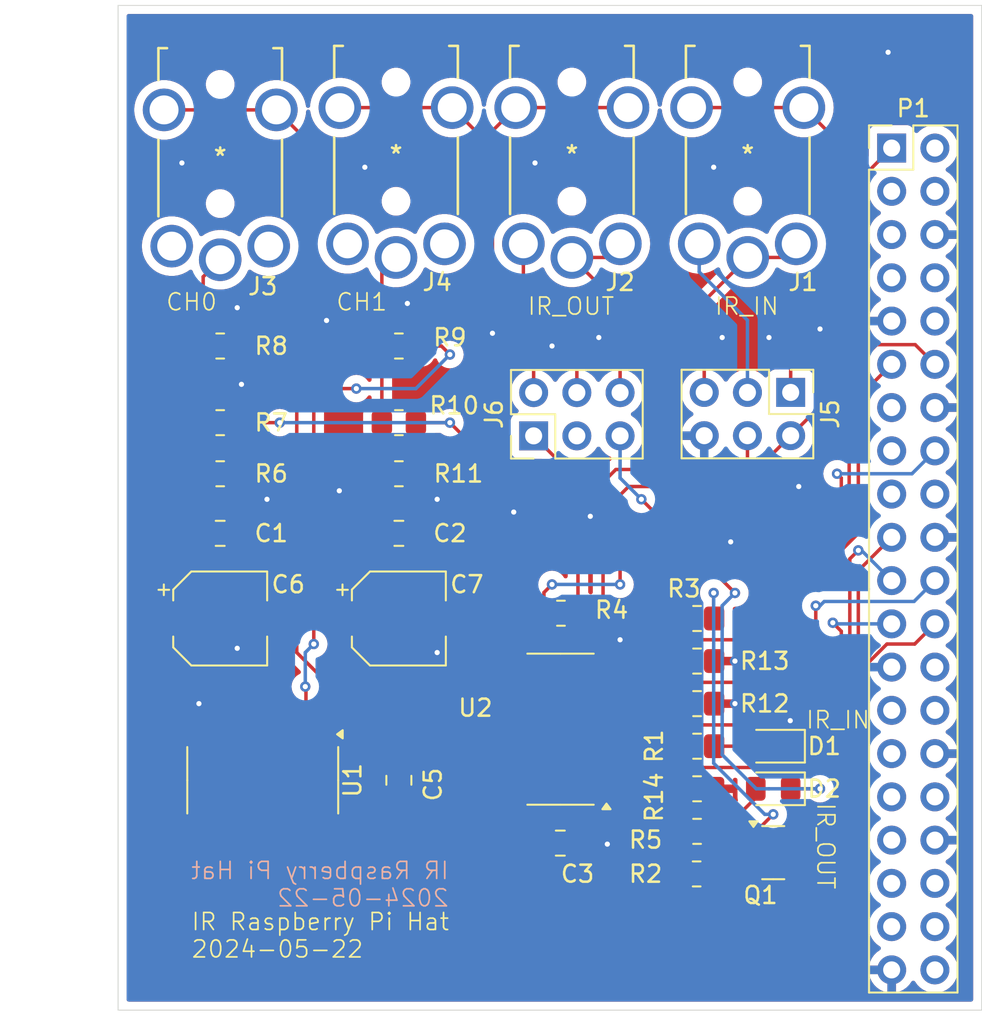
<source format=kicad_pcb>
(kicad_pcb (version 20240108) (generator "pcbnew") (generator_version "8.0")
  (layers (0 "F.Cu" signal) (31 "B.Cu" signal) (34 "B.Paste" user) (35 "F.Paste" user) (36 "B.SilkS" user "B.Silkscreen") (37 "F.SilkS" user "F.Silkscreen") (38 "B.Mask" user) (39 "F.Mask" user) (44 "Edge.Cuts" user))
  (net 0 "")
  (net 1 "Net-(C1-Pad1)")
  (net 2 "Net-(C2-Pad1)")
  (net 3 "+3.3V")
  (net 4 "Net-(D1-A)")
  (net 5 "Net-(D2-K)")
  (net 6 "Net-(D2-A)")
  (net 7 "Net-(J5-Pin_3)")
  (net 8 "Net-(J5-Pin_1)")
  (net 9 "Net-(J5-Pin_5)")
  (net 10 "Net-(J6-Pin_2)")
  (net 11 "Net-(J6-Pin_4)")
  (net 12 "Net-(J6-Pin_6)")
  (net 14 "/ADC_CH0")
  (net 17 "/ADC_CH1")
  (net 19 "Net-(J5-Pin_4)")
  (net 20 "Net-(J6-Pin_1)")
  (net 22 "/SCLK")
  (net 32 "/IR_OUT")
  (net 35 "/MISO")
  (net 40 "/MOSI")
  (net 42 "/IR_OUT_POL")
  (net 45 "/IR_IN_POL")
  (net 46 "/ADC_CS")
  (net 47 "/IR_IN")
  (net 50 "+5V")
  (net 52 "Net-(Q1-G)")
  (net 53 "Net-(R3-Pad1)")
  (net 58 "GND")
  (footprint "Resistor_SMD:R_0805_2012Metric_Pad1.20x1.40mm_HandSolder" (layer "F.Cu") (at 81.525 91.5 180)
    (property "Reference" "R12")
    (property "Value" "100K")
  )
  (footprint "raspberry-pi-hat:54-00174_TEN" (layer "F.Cu") (at 74.166666 59.24815)
    (property "Reference" "J2")
    (property "Value" "IR_OUT_JACK")
  )
  (footprint "Resistor_SMD:R_0805_2012Metric_Pad1.20x1.40mm_HandSolder" (layer "F.Cu") (at 64 70.5)
    (property "Reference" "R9")
    (property "Value" "33R")
  )
  (footprint "raspberry-pi-hat:54-00174_TEN" (layer "F.Cu") (at 53.5 59.3839)
    (property "Reference" "J3")
    (property "Value" "ADC0_JACK")
  )
  (footprint "Connector_PinHeader_2.54mm:PinHeader_2x03_P2.54mm_Vertical" (layer "F.Cu") (at 87.025 73.225 -90)
    (property "Reference" "J5")
    (property "Value" "IR_IN_JMP")
  )
  (footprint "Resistor_SMD:R_0805_2012Metric_Pad1.20x1.40mm_HandSolder" (layer "F.Cu") (at 81.525 94)
    (property "Reference" "R1")
    (property "Value" "180R")
  )
  (footprint "Connector_PinHeader_2.54mm:PinHeader_2x03_P2.54mm_Vertical" (layer "F.Cu") (at 71.92 75.775 90)
    (property "Reference" "J6")
    (property "Value" "IR_OUT_JMP")
  )
  (footprint "Resistor_SMD:R_0805_2012Metric_Pad1.20x1.40mm_HandSolder" (layer "F.Cu") (at 53.5 78 180)
    (property "Reference" "R6")
    (property "Value" "10K")
  )
  (footprint "Resistor_SMD:R_0805_2012Metric_Pad1.20x1.40mm_HandSolder" (layer "F.Cu") (at 81.525 99 180)
    (property "Reference" "R5")
    (property "Value" "180R")
  )
  (footprint "Capacitor_SMD:C_0805_2012Metric_Pad1.18x1.45mm_HandSolder" (layer "F.Cu") (at 73.4875 99.69)
    (property "Reference" "C3")
    (property "Value" "0.1uF")
  )
  (footprint "Capacitor_SMD:CP_Elec_5x5.3" (layer "F.Cu") (at 64 86.5)
    (property "Reference" "C7")
    (property "Value" "100uF")
  )
  (footprint "Capacitor_SMD:CP_Elec_5x5.3" (layer "F.Cu") (at 53.5 86.5)
    (property "Reference" "C6")
    (property "Value" "100uF")
  )
  (footprint "Capacitor_SMD:C_0805_2012Metric_Pad1.18x1.45mm_HandSolder" (layer "F.Cu") (at 64 81.5)
    (property "Reference" "C2")
    (property "Value" "10uF")
  )
  (footprint "Capacitor_SMD:C_0805_2012Metric_Pad1.18x1.45mm_HandSolder" (layer "F.Cu") (at 53.5 81.5)
    (property "Reference" "C1")
    (property "Value" "10uF")
  )
  (footprint "Connector_PinHeader_2.54mm:PinHeader_2x20_P2.54mm_Vertical" (layer "F.Cu") (at 92.96 58.875)
    (property "Reference" "P1")
    (property "Value" "RPi-GPIO")
  )
  (footprint "LED_SMD:LED_0805_2012Metric_Pad1.15x1.40mm_HandSolder" (layer "F.Cu") (at 86 96.5 180)
    (property "Reference" "D2")
    (property "Value" "IR_OUT_LED")
  )
  (footprint "Resistor_SMD:R_0805_2012Metric_Pad1.20x1.40mm_HandSolder" (layer "F.Cu") (at 73.525 86.19 180)
    (property "Reference" "R4")
    (property "Value" "180R")
  )
  (footprint "Capacitor_SMD:C_0805_2012Metric_Pad1.18x1.45mm_HandSolder" (layer "F.Cu") (at 64 96 90)
    (property "Reference" "C5")
    (property "Value" "0.1uF")
  )
  (footprint "Resistor_SMD:R_0805_2012Metric_Pad1.20x1.40mm_HandSolder" (layer "F.Cu") (at 53.5 75)
    (property "Reference" "R7")
    (property "Value" "10K")
  )
  (footprint "raspberry-pi-hat:54-00174_TEN" (layer "F.Cu") (at 84.5 59.24815)
    (property "Reference" "J1")
    (property "Value" "IR_IN_JACK")
  )
  (footprint "Resistor_SMD:R_0805_2012Metric_Pad1.20x1.40mm_HandSolder" (layer "F.Cu") (at 53.5 70.5)
    (property "Reference" "R8")
    (property "Value" "33R")
  )
  (footprint "Resistor_SMD:R_0805_2012Metric_Pad1.20x1.40mm_HandSolder" (layer "F.Cu") (at 81.525 89 180)
    (property "Reference" "R13")
    (property "Value" "100K")
  )
  (footprint "Package_SO:SOIC-14_3.9x8.7mm_P1.27mm" (layer "F.Cu") (at 56 96 -90)
    (property "Reference" "U1")
    (property "Value" "MCP3204")
  )
  (footprint "raspberry-pi-hat:54-00174_TEN" (layer "F.Cu") (at 63.833333 59.25)
    (property "Reference" "J4")
    (property "Value" "ADC1_JACK")
  )
  (footprint "Package_TO_SOT_SMD:SOT-23" (layer "F.Cu") (at 86 100.25)
    (property "Reference" "Q1")
    (property "Value" "IRLML2803TRPBF")
  )
  (footprint "Resistor_SMD:R_0805_2012Metric_Pad1.20x1.40mm_HandSolder" (layer "F.Cu") (at 81.5 101.5 180)
    (property "Reference" "R2")
    (property "Value" "10K")
  )
  (footprint "Resistor_SMD:R_0805_2012Metric_Pad1.20x1.40mm_HandSolder" (layer "F.Cu") (at 64 75)
    (property "Reference" "R10")
    (property "Value" "10K")
  )
  (footprint "Resistor_SMD:R_0805_2012Metric_Pad1.20x1.40mm_HandSolder" (layer "F.Cu") (at 64 78 180)
    (property "Reference" "R11")
    (property "Value" "10K")
  )
  (footprint "LED_SMD:LED_0805_2012Metric_Pad1.15x1.40mm_HandSolder" (layer "F.Cu") (at 86 94 180)
    (property "Reference" "D1")
    (property "Value" "IR_IN_LED")
  )
  (footprint "Resistor_SMD:R_0805_2012Metric_Pad1.20x1.40mm_HandSolder" (layer "F.Cu") (at 81.525 96.5 180)
    (property "Reference" "R14")
    (property "Value" "100K")
  )
  (footprint "Package_SO:SOIC-14_3.9x8.7mm_P1.27mm" (layer "F.Cu") (at 73.5 93 180)
    (property "Reference" "U2")
    (property "Value" "74AC86")
  )
  (footprint "Resistor_SMD:R_0805_2012Metric_Pad1.20x1.40mm_HandSolder" (layer "F.Cu") (at 81.525 86.5)
    (property "Reference" "R3")
    (property "Value" "100R")
  )
  (gr_line (start 47.5 109.5) (end 47.5 50.5) (stroke (width 0.05)) (layer "Edge.Cuts"))
  (gr_line (start 47.5 50.5) (end 98.25 50.5) (stroke (width 0.05)) (layer "Edge.Cuts"))
  (gr_line (start 98.25 109.5) (end 47.5 109.5) (stroke (width 0.05)) (layer "Edge.Cuts"))
  (gr_line (start 98.25 50.5) (end 98.25 109.5) (stroke (width 0.05)) (layer "Edge.Cuts"))
  (gr_text "IR Raspberry Pi Hat\n2024-05-22" (at 67 103.5 0) (layer "B.SilkS") (effects (font (size 1 1) (thickness 0.1)) (justify left bottom mirror)))
  (gr_text "IR_OUT" (at 71.5 68.75 0) (layer "F.SilkS") (effects (font (size 1 1) (thickness 0.1)) (justify left bottom)))
  (gr_text "CH1" (at 60.25 68.5 0) (layer "F.SilkS") (effects (font (size 1 1) (thickness 0.1)) (justify left bottom)))
  (gr_text "IR_IN" (at 82.5 68.75 0) (layer "F.SilkS") (effects (font (size 1 1) (thickness 0.1)) (justify left bottom)))
  (gr_text "IR_OUT" (at 88.5 97.25 -90) (layer "F.SilkS") (effects (font (size 1 1) (thickness 0.1)) (justify left bottom)))
  (gr_text "IR_IN" (at 87.86 93.04 0) (layer "F.SilkS") (effects (font (size 1 1) (thickness 0.1)) (justify left bottom)))
  (gr_text "CH0" (at 50.25 68.5 0) (layer "F.SilkS") (effects (font (size 1 1) (thickness 0.1)) (justify left bottom)))
  (gr_text "IR Raspberry Pi Hat\n2024-05-22" (at 51.75 106.5 0) (layer "F.SilkS") (effects (font (size 1 1) (thickness 0.1)) (justify left bottom)))
  (segment (start 52.5 75) (end 52.5 78) (width 0.2032) (layer "F.Cu") (net 1))
  (segment (start 52.5 78) (end 52.5 81.4625) (width 0.2032) (layer "F.Cu") (net 1))
  (segment (start 52.5 66.4339) (end 53.5 65.4339) (width 0.2032) (layer "F.Cu") (net 1))
  (segment (start 52.5 70.5) (end 52.5 75) (width 0.2032) (layer "F.Cu") (net 1))
  (segment (start 52.4625 81.5) (end 52.4625 85.3375) (width 0.2032) (layer "F.Cu") (net 1))
  (segment (start 52.5 70.5) (end 52.5 66.4339) (width 0.2032) (layer "F.Cu") (net 1))
  (segment (start 52.5 81.4625) (end 52.4625 81.5) (width 0.2032) (layer "F.Cu") (net 1))
  (segment (start 52.4625 85.3375) (end 51.3 86.5) (width 0.2032) (layer "F.Cu") (net 1))
  (segment (start 63 70.5) (end 63 66.133333) (width 0.2032) (layer "F.Cu") (net 2))
  (segment (start 63 75) (end 63 78) (width 0.2032) (layer "F.Cu") (net 2))
  (segment (start 63 66.133333) (end 63.833333 65.3) (width 0.2032) (layer "F.Cu") (net 2))
  (segment (start 62.9625 85.3375) (end 61.8 86.5) (width 0.2032) (layer "F.Cu") (net 2))
  (segment (start 63 70.5) (end 63 75) (width 0.2032) (layer "F.Cu") (net 2))
  (segment (start 62.9625 81.5) (end 62.9625 85.3375) (width 0.2032) (layer "F.Cu") (net 2))
  (segment (start 63 78) (end 63 81.4625) (width 0.2032) (layer "F.Cu") (net 2))
  (segment (start 63 81.4625) (end 62.9625 81.5) (width 0.2032) (layer "F.Cu") (net 2))
  (segment (start 71.025 96.81) (end 71.025 98.475) (width 0.2032) (layer "F.Cu") (net 3))
  (segment (start 54.5 75) (end 57 75) (width 0.2032) (layer "F.Cu") (net 3))
  (segment (start 90.5 72.29) (end 87.025 75.765) (width 0.2032) (layer "F.Cu") (net 3))
  (segment (start 77 84.5) (end 77 79.25) (width 0.2032) (layer "F.Cu") (net 3))
  (segment (start 69.31 96.81) (end 68.5 96) (width 0.2032) (layer "F.Cu") (net 3))
  (segment (start 72.45 101.45) (end 72.45 99.69) (width 0.2032) (layer "F.Cu") (net 3))
  (segment (start 82.5 100.75) (end 82 100.25) (width 0.2032) (layer "F.Cu") (net 3))
  (segment (start 82.5 101.5) (end 82.5 100.75) (width 0.2032) (layer "F.Cu") (net 3))
  (segment (start 84.04 78.75) (end 87.025 75.765) (width 0.2032) (layer "F.Cu") (net 3))
  (segment (start 82 100.25) (end 81.25 100.25) (width 0.2032) (layer "F.Cu") (net 3))
  (segment (start 72.525 84.975) (end 73 84.5) (width 0.2032) (layer "F.Cu") (net 3))
  (segment (start 58.54 98.475) (end 59.81 98.475) (width 0.2032) (layer "F.Cu") (net 3))
  (segment (start 72.525 86.19) (end 68 81.665) (width 0.2032) (layer "F.Cu") (net 3))
  (segment (start 68 81.665) (end 68 76) (width 0.2032) (layer "F.Cu") (net 3))
  (segment (start 61.9125 97.0375) (end 64 97.0375) (width 0.2032) (layer "F.Cu") (net 3))
  (segment (start 60.475 98.475) (end 61.9125 97.0375) (width 0.2032) (layer "F.Cu") (net 3))
  (segment (start 90.5 61.335) (end 90.5 72.29) (width 0.2032) (layer "F.Cu") (net 3))
  (segment (start 65 75) (end 67 75) (width 0.2032) (layer "F.Cu") (net 3))
  (segment (start 74 103) (end 72.45 101.45) (width 0.2032) (layer "F.Cu") (net 3))
  (segment (start 72.19 99.69) (end 72.45 99.69) (width 0.2032) (layer "F.Cu") (net 3))
  (segment (start 68 76) (end 67 75) (width 0.2032) (layer "F.Cu") (net 3))
  (segment (start 81.25 100.25) (end 80.525 99.525) (width 0.2032) (layer "F.Cu") (net 3))
  (segment (start 70.81 86.19) (end 72.525 86.19) (width 0.2032) (layer "F.Cu") (net 3))
  (segment (start 68.5 96) (end 68.5 88.5) (width 0.2032) (layer "F.Cu") (net 3))
  (segment (start 71 98.5) (end 72.19 99.69) (width 0.2032) (layer "F.Cu") (net 3))
  (segment (start 71.025 98.475) (end 71 98.5) (width 0.2032) (layer "F.Cu") (net 3))
  (segment (start 66.6525 99.69) (end 64 97.0375) (width 0.2032) (layer "F.Cu") (net 3))
  (segment (start 72.45 99.69) (end 66.6525 99.69) (width 0.2032) (layer "F.Cu") (net 3))
  (segment (start 77 79.25) (end 77.5 78.75) (width 0.2032) (layer "F.Cu") (net 3))
  (segment (start 59.81 98.475) (end 60.475 98.475) (width 0.2032) (layer "F.Cu") (net 3))
  (segment (start 68.5 88.5) (end 70.81 86.19) (width 0.2032) (layer "F.Cu") (net 3))
  (segment (start 77.5 78.75) (end 84.04 78.75) (width 0.2032) (layer "F.Cu") (net 3))
  (segment (start 71.025 96.81) (end 69.31 96.81) (width 0.2032) (layer "F.Cu") (net 3))
  (segment (start 92.96 58.875) (end 90.5 61.335) (width 0.2032) (layer "F.Cu") (net 3))
  (segment (start 82.5 102) (end 81.5 103) (width 0.2032) (layer "F.Cu") (net 3))
  (segment (start 72.525 86.19) (end 72.525 84.975) (width 0.2032) (layer "F.Cu") (net 3))
  (segment (start 80.525 99.525) (end 80.525 99) (width 0.2032) (layer "F.Cu") (net 3))
  (segment (start 82.5 101.5) (end 82.5 102) (width 0.2032) (layer "F.Cu") (net 3))
  (segment (start 81.5 103) (end 74 103) (width 0.2032) (layer "F.Cu") (net 3))
  (via (at 57 75) (size 0.6096) (drill 0.3048) (layers "F.Cu" "B.Cu") (net 3))
  (via (at 77 84.5) (size 0.6096) (drill 0.3048) (layers "F.Cu" "B.Cu") (net 3))
  (via (at 73 84.5) (size 0.6096) (drill 0.3048) (layers "F.Cu" "B.Cu") (net 3))
  (via (at 67 75) (size 0.6096) (drill 0.3048) (layers "F.Cu" "B.Cu") (net 3))
  (segment (start 57 75) (end 67 75) (width 0.2032) (layer "B.Cu") (net 3))
  (segment (start 73 84.5) (end 77 84.5) (width 0.2032) (layer "B.Cu") (net 3))
  (segment (start 82.525 94) (end 84.975 94) (width 0.2032) (layer "F.Cu") (net 4))
  (segment (start 86.9375 100.25) (end 86.9375 96.5875) (width 0.2032) (layer "F.Cu") (net 5))
  (segment (start 87.025 96.5) (end 88.75 96.5) (width 0.2032) (layer "F.Cu") (net 5))
  (segment (start 86.9375 96.5875) (end 87.025 96.5) (width 0.2032) (layer "F.Cu") (net 5))
  (segment (start 83.75 85) (end 78.25 79.5) (width 0.2032) (layer "F.Cu") (net 5))
  (via (at 78.25 79.5) (size 0.6096) (drill 0.3048) (layers "F.Cu" "B.Cu") (net 5))
  (via (at 83.75 85) (size 0.6096) (drill 0.3048) (layers "F.Cu" "B.Cu") (net 5))
  (via (at 88.75 96.5) (size 0.6096) (drill 0.3048) (layers "F.Cu" "B.Cu") (net 5))
  (segment (start 85 96.5) (end 83.25 94.75) (width 0.2032) (layer "B.Cu") (net 5))
  (segment (start 83 86.75) (end 83 85.75) (width 0.2032) (layer "B.Cu") (net 5))
  (segment (start 77 78.25) (end 78.25 79.5) (width 0.2032) (layer "B.Cu") (net 5))
  (segment (start 85.75 96.5) (end 85 96.5) (width 0.2032) (layer "B.Cu") (net 5))
  (segment (start 77 75.775) (end 77 78.25) (width 0.2032) (layer "B.Cu") (net 5))
  (segment (start 83 85.75) (end 83.75 85) (width 0.2032) (layer "B.Cu") (net 5))
  (segment (start 83.25 94.75) (end 83 94.5) (width 0.2032) (layer "B.Cu") (net 5))
  (segment (start 88.75 96.5) (end 85.75 96.5) (width 0.2032) (layer "B.Cu") (net 5))
  (segment (start 83 94.5) (end 83 86.75) (width 0.2032) (layer "B.Cu") (net 5))
  (segment (start 84.975 97.025) (end 84.975 96.5) (width 0.2032) (layer "F.Cu") (net 6))
  (segment (start 83 99) (end 84.975 97.025) (width 0.2032) (layer "F.Cu") (net 6))
  (segment (start 82.525 99) (end 83 99) (width 0.2032) (layer "F.Cu") (net 6))
  (segment (start 84.485 68.985) (end 84.485 73.225) (width 0.2032) (layer "B.Cu") (net 7))
  (segment (start 81.65 66.15) (end 84.485 68.985) (width 0.2032) (layer "B.Cu") (net 7))
  (segment (start 81.65 64.49815) (end 81.65 66.15) (width 0.2032) (layer "B.Cu") (net 7))
  (segment (start 81.2 56.49815) (end 87.8 56.49815) (width 0.2032) (layer "F.Cu") (net 8))
  (segment (start 89.5 58.19815) (end 89.5 65.5) (width 0.2032) (layer "F.Cu") (net 8))
  (segment (start 89.5 65.5) (end 87.025 67.975) (width 0.2032) (layer "F.Cu") (net 8))
  (segment (start 87.8 56.49815) (end 89.5 58.19815) (width 0.2032) (layer "F.Cu") (net 8))
  (segment (start 87.025 67.975) (end 87.025 73.225) (width 0.2032) (layer "F.Cu") (net 8))
  (segment (start 81.945 67.85315) (end 84.5 65.29815) (width 0.2032) (layer "F.Cu") (net 9))
  (segment (start 84.5 65.29815) (end 86.55 65.29815) (width 0.2032) (layer "F.Cu") (net 9))
  (segment (start 86.55 65.29815) (end 87.35 64.49815) (width 0.2032) (layer "F.Cu") (net 9))
  (segment (start 81.945 73.225) (end 81.945 67.85315) (width 0.2032) (layer "F.Cu") (net 9))
  (segment (start 69.5 57.864816) (end 70.866666 56.49815) (width 0.2032) (layer "F.Cu") (net 10))
  (segment (start 69.5 66.5) (end 69.5 57.864816) (width 0.2032) (layer "F.Cu") (net 10))
  (segment (start 70.866666 56.49815) (end 77.466666 56.49815) (width 0.2032) (layer "F.Cu") (net 10))
  (segment (start 71.92 68.92) (end 69.5 66.5) (width 0.2032) (layer "F.Cu") (net 10))
  (segment (start 71.92 73.235) (end 71.92 68.92) (width 0.2032) (layer "F.Cu") (net 10))
  (segment (start 71.316666 66.816666) (end 74.46 69.96) (width 0.2032) (layer "F.Cu") (net 11))
  (segment (start 74.46 69.96) (end 74.46 73.235) (width 0.2032) (layer "F.Cu") (net 11))
  (segment (start 71.316666 64.49815) (end 71.316666 66.816666) (width 0.2032) (layer "F.Cu") (net 11))
  (segment (start 77 68.131484) (end 74.166666 65.29815) (width 0.2032) (layer "F.Cu") (net 12))
  (segment (start 77 73.235) (end 77 68.131484) (width 0.2032) (layer "F.Cu") (net 12))
  (segment (start 74.166666 65.29815) (end 76.216666 65.29815) (width 0.2032) (layer "F.Cu") (net 12))
  (segment (start 76.216666 65.29815) (end 77.016666 64.49815) (width 0.2032) (layer "F.Cu") (net 12))
  (segment (start 58.5 58.3339) (end 58.5 66.5) (width 0.2032) (layer "F.Cu") (net 14))
  (segment (start 59.81 93.525) (end 59.81 90.31) (width 0.2032) (layer "F.Cu") (net 14))
  (segment (start 58 72) (end 56.5 70.5) (width 0.2032) (layer "F.Cu") (net 14))
  (segment (start 56.5 70.5) (end 54.5 70.5) (width 0.2032) (layer "F.Cu") (net 14))
  (segment (start 50.2 56.6339) (end 56.8 56.6339) (width 0.2032) (layer "F.Cu") (net 14))
  (segment (start 58.5 66.5) (end 54.5 70.5) (width 0.2032) (layer "F.Cu") (net 14))
  (segment (start 56.8 56.6339) (end 58.5 58.3339) (width 0.2032) (layer "F.Cu") (net 14))
  (segment (start 58 88.5) (end 58 72) (width 0.2032) (layer "F.Cu") (net 14))
  (segment (start 59.81 90.31) (end 58 88.5) (width 0.2032) (layer "F.Cu") (net 14))
  (segment (start 69 66.5) (end 65 70.5) (width 0.2032) (layer "F.Cu") (net 17))
  (segment (start 59.5 73) (end 61.5 73) (width 0.2032) (layer "F.Cu") (net 17))
  (segment (start 58.54 93.525) (end 58.54 90.54) (width 0.2032) (layer "F.Cu") (net 17))
  (segment (start 58.54 90.54) (end 58.5 90.5) (width 0.2032) (layer "F.Cu") (net 17))
  (segment (start 59 73.5) (end 59.5 73) (width 0.2032) (layer "F.Cu") (net 17))
  (segment (start 59 88) (end 59 73.5) (width 0.2032) (layer "F.Cu") (net 17))
  (segment (start 67 71) (end 66.5 70.5) (width 0.2032) (layer "F.Cu") (net 17))
  (segment (start 60.533333 56.5) (end 67.133333 56.5) (width 0.2032) (layer "F.Cu") (net 17))
  (segment (start 67.133333 56.5) (end 69 58.366667) (width 0.2032) (layer "F.Cu") (net 17))
  (segment (start 66.5 70.5) (end 65 70.5) (width 0.2032) (layer "F.Cu") (net 17))
  (segment (start 69 58.366667) (end 69 66.5) (width 0.2032) (layer "F.Cu") (net 17))
  (via (at 58.5 90.5) (size 0.6096) (drill 0.3048) (layers "F.Cu" "B.Cu") (net 17))
  (via (at 59 88) (size 0.6096) (drill 0.3048) (layers "F.Cu" "B.Cu") (net 17))
  (via (at 61.5 73) (size 0.6096) (drill 0.3048) (layers "F.Cu" "B.Cu") (net 17))
  (via (at 67 71) (size 0.6096) (drill 0.3048) (layers "F.Cu" "B.Cu") (net 17))
  (segment (start 58.5 90.5) (end 58.5 88.5) (width 0.2032) (layer "B.Cu") (net 17))
  (segment (start 65 73) (end 67 71) (width 0.2032) (layer "B.Cu") (net 17))
  (segment (start 58.5 88.5) (end 59 88) (width 0.2032) (layer "B.Cu") (net 17))
  (segment (start 61.5 73) (end 65 73) (width 0.2032) (layer "B.Cu") (net 17))
  (segment (start 84.485 75.765) (end 84.485 77.265) (width 0.2032) (layer "F.Cu") (net 19))
  (segment (start 73.75 88.5) (end 73.75 96.25) (width 0.2032) (layer "F.Cu") (net 19))
  (segment (start 73.75 96.25) (end 74.25 96.75) (width 0.2032) (layer "F.Cu") (net 19))
  (segment (start 75.975 96.81) (end 77.31 96.81) (width 0.2032) (layer "F.Cu") (net 19))
  (segment (start 84 77.75) (end 76.75 77.75) (width 0.2032) (layer "F.Cu") (net 19))
  (segment (start 74.75 96.75) (end 74.81 96.81) (width 0.2032) (layer "F.Cu") (net 19))
  (segment (start 76 87.25) (end 75.25 88) (width 0.2032) (layer "F.Cu") (net 19))
  (segment (start 79 101.5) (end 80.5 101.5) (width 0.2032) (layer "F.Cu") (net 19))
  (segment (start 78 100.5) (end 79 101.5) (width 0.2032) (layer "F.Cu") (net 19))
  (segment (start 74.25 88) (end 73.75 88.5) (width 0.2032) (layer "F.Cu") (net 19))
  (segment (start 75.25 88) (end 74.25 88) (width 0.2032) (layer "F.Cu") (net 19))
  (segment (start 78 97.5) (end 78 100.5) (width 0.2032) (layer "F.Cu") (net 19))
  (segment (start 74.25 96.75) (end 74.75 96.75) (width 0.2032) (layer "F.Cu") (net 19))
  (segment (start 84.485 77.265) (end 84 77.75) (width 0.2032) (layer "F.Cu") (net 19))
  (segment (start 74.81 96.81) (end 75.975 96.81) (width 0.2032) (layer "F.Cu") (net 19))
  (segment (start 77.31 96.81) (end 78 97.5) (width 0.2032) (layer "F.Cu") (net 19))
  (segment (start 76.75 77.75) (end 76 78.5) (width 0.2032) (layer "F.Cu") (net 19))
  (segment (start 76 78.5) (end 76 87.25) (width 0.2032) (layer "F.Cu") (net 19))
  (segment (start 74.525 86.19) (end 74.525 78.38) (width 0.2032) (layer "F.Cu") (net 20))
  (segment (start 74.525 78.38) (end 71.92 75.775) (width 0.2032) (layer "F.Cu") (net 20))
  (segment (start 90 102) (end 90 87.75) (width 0.2032) (layer "F.Cu") (net 22))
  (segment (start 88 104) (end 90 102) (width 0.2032) (layer "F.Cu") (net 22))
  (segment (start 56 101.5) (end 58.5 104) (width 0.2032) (layer "F.Cu") (net 22))
  (segment (start 90 87.25) (end 89.5 86.75) (width 0.2032) (layer "F.Cu") (net 22))
  (segment (start 56 98.475) (end 56 101.5) (width 0.2032) (layer "F.Cu") (net 22))
  (segment (start 90 87.75) (end 90 87.25) (width 0.2032) (layer "F.Cu") (net 22))
  (segment (start 83.5 104) (end 88 104) (width 0.2032) (layer "F.Cu") (net 22))
  (segment (start 58.5 104) (end 83.5 104) (width 0.2032) (layer "F.Cu") (net 22))
  (via (at 89.5 86.75) (size 0.6096) (drill 0.3048) (layers "F.Cu" "B.Cu") (net 22))
  (segment (start 89.565 86.815) (end 92.96 86.815) (width 0.2032) (layer "B.Cu") (net 22))
  (segment (start 89.5 86.75) (end 89.565 86.815) (width 0.2032) (layer "B.Cu") (net 22))
  (segment (start 91.25 71.25) (end 92.0798 70.4202) (width 0.2032) (layer "F.Cu") (net 32))
  (segment (start 80 91.5) (end 80.525 91.5) (width 0.2032) (layer "F.Cu") (net 32))
  (segment (start 92.0798 70.4202) (end 94.3452 70.4202) (width 0.2032) (layer "F.Cu") (net 32))
  (segment (start 94.3452 70.4202) (end 95.5 71.575) (width 0.2032) (layer "F.Cu") (net 32))
  (segment (start 81.775 90.25) (end 86.75 90.25) (width 0.2032) (layer "F.Cu") (net 32))
  (segment (start 75.975 93) (end 78.5 93) (width 0.2032) (layer "F.Cu") (net 32))
  (segment (start 90.462632 81.462632) (end 90.462632 73.037368) (width 0.2032) (layer "F.Cu") (net 32))
  (segment (start 86.75 90.25) (end 87 90) (width 0.2032) (layer "F.Cu") (net 32))
  (segment (start 90.462632 73.037368) (end 91.25 72.25) (width 0.2032) (layer "F.Cu") (net 32))
  (segment (start 78.5 93) (end 80 91.5) (width 0.2032) (layer "F.Cu") (net 32))
  (segment (start 87 84.925264) (end 90.462632 81.462632) (width 0.2032) (layer "F.Cu") (net 32))
  (segment (start 87 90) (end 87 84.925264) (width 0.2032) (layer "F.Cu") (net 32))
  (segment (start 91.25 72.25) (end 91.25 71.25) (width 0.2032) (layer "F.Cu") (net 32))
  (segment (start 80.525 91.5) (end 81.775 90.25) (width 0.2032) (layer "F.Cu") (net 32))
  (segment (start 90.5 102.5) (end 90.5 83) (width 0.2032) (layer "F.Cu") (net 35))
  (segment (start 54.73 98.475) (end 54.73 101.304736) (width 0.2032) (layer "F.Cu") (net 35))
  (segment (start 88.5 104.5) (end 90.5 102.5) (width 0.2032) (layer "F.Cu") (net 35))
  (segment (start 90.5 83) (end 91 82.5) (width 0.2032) (layer "F.Cu") (net 35))
  (segment (start 83.5 104.5) (end 88.5 104.5) (width 0.2032) (layer "F.Cu") (net 35))
  (segment (start 54.73 101.304736) (end 57.925264 104.5) (width 0.2032) (layer "F.Cu") (net 35))
  (segment (start 57.925264 104.5) (end 83.5 104.5) (width 0.2032) (layer "F.Cu") (net 35))
  (via (at 91 82.5) (size 0.6096) (drill 0.3048) (layers "F.Cu" "B.Cu") (net 35))
  (segment (start 91.185 82.5) (end 92.96 84.275) (width 0.2032) (layer "B.Cu") (net 35))
  (segment (start 91 82.5) (end 91.185 82.5) (width 0.2032) (layer "B.Cu") (net 35))
  (segment (start 89 105) (end 91 103) (width 0.2032) (layer "F.Cu") (net 40))
  (segment (start 53.46 101.034736) (end 57.425264 105) (width 0.2032) (layer "F.Cu") (net 40))
  (segment (start 91 83.695) (end 92.96 81.735) (width 0.2032) (layer "F.Cu") (net 40))
  (segment (start 57.425264 105) (end 89 105) (width 0.2032) (layer "F.Cu") (net 40))
  (segment (start 91 103) (end 91 83.695) (width 0.2032) (layer "F.Cu") (net 40))
  (segment (start 53.46 98.475) (end 53.46 101.034736) (width 0.2032) (layer "F.Cu") (net 40))
  (segment (start 81.775 87.75) (end 85.75 87.75) (width 0.2032) (layer "F.Cu") (net 42))
  (segment (start 90 78.25) (end 89.75 78) (width 0.2032) (layer "F.Cu") (net 42))
  (segment (start 86.5 84.75) (end 90 81.25) (width 0.2032) (layer "F.Cu") (net 42))
  (segment (start 78.52 91.73) (end 79 91.25) (width 0.2032) (layer "F.Cu") (net 42))
  (segment (start 75.975 91.73) (end 78.52 91.73) (width 0.2032) (layer "F.Cu") (net 42))
  (segment (start 90 81.25) (end 90 78.25) (width 0.2032) (layer "F.Cu") (net 42))
  (segment (start 86.5 85) (end 86.5 84.75) (width 0.2032) (layer "F.Cu") (net 42))
  (segment (start 85.75 87.75) (end 86.5 87) (width 0.2032) (layer "F.Cu") (net 42))
  (segment (start 79 89.75) (end 79.75 89) (width 0.2032) (layer "F.Cu") (net 42))
  (segment (start 86.5 87) (end 86.5 85) (width 0.2032) (layer "F.Cu") (net 42))
  (segment (start 79.75 89) (end 80.525 89) (width 0.2032) (layer "F.Cu") (net 42))
  (segment (start 79 91.25) (end 79 89.75) (width 0.2032) (layer "F.Cu") (net 42))
  (segment (start 80.525 89) (end 81.775 87.75) (width 0.2032) (layer "F.Cu") (net 42))
  (via (at 89.75 78) (size 0.6096) (drill 0.3048) (layers "F.Cu" "B.Cu") (net 42))
  (segment (start 94.155 78) (end 95.5 76.655) (width 0.2032) (layer "B.Cu") (net 42))
  (segment (start 89.75 78) (end 94.155 78) (width 0.2032) (layer "B.Cu") (net 42))
  (segment (start 80.525 96.5) (end 81.775 95.25) (width 0.2032) (layer "F.Cu") (net 45))
  (segment (start 78.5 96.5) (end 80.525 96.5) (width 0.2032) (layer "F.Cu") (net 45))
  (segment (start 88.5 95) (end 88.5 85.75) (width 0.2032) (layer "F.Cu") (net 45))
  (segment (start 77.54 95.54) (end 78.5 96.5) (width 0.2032) (layer "F.Cu") (net 45))
  (segment (start 88.25 95.25) (end 88.5 95) (width 0.2032) (layer "F.Cu") (net 45))
  (segment (start 81.775 95.25) (end 88.25 95.25) (width 0.2032) (layer "F.Cu") (net 45))
  (segment (start 75.975 95.54) (end 77.54 95.54) (width 0.2032) (layer "F.Cu") (net 45))
  (via (at 88.5 85.75) (size 0.6096) (drill 0.3048) (layers "F.Cu" "B.Cu") (net 45))
  (segment (start 88.75 85.75) (end 89 85.5) (width 0.2032) (layer "B.Cu") (net 45))
  (segment (start 89 85.5) (end 94.275 85.5) (width 0.2032) (layer "B.Cu") (net 45))
  (segment (start 88.5 85.75) (end 88.75 85.75) (width 0.2032) (layer "B.Cu") (net 45))
  (segment (start 94.275 85.5) (end 95.5 84.275) (width 0.2032) (layer "B.Cu") (net 45))
  (segment (start 52.19 98.475) (end 52.19 100.69) (width 0.2032) (layer "F.Cu") (net 46))
  (segment (start 52.19 100.69) (end 57 105.5) (width 0.2032) (layer "F.Cu") (net 46))
  (segment (start 91.5 89.181866) (end 92.681866 88) (width 0.2032) (layer "F.Cu") (net 46))
  (segment (start 92.681866 88) (end 94.315 88) (width 0.2032) (layer "F.Cu") (net 46))
  (segment (start 91.5 103.5) (end 91.5 89.181866) (width 0.2032) (layer "F.Cu") (net 46))
  (segment (start 94.315 88) (end 95.5 86.815) (width 0.2032) (layer "F.Cu") (net 46))
  (segment (start 89.5 105.5) (end 91.5 103.5) (width 0.2032) (layer "F.Cu") (net 46))
  (segment (start 57 105.5) (end 89.5 105.5) (width 0.2032) (layer "F.Cu") (net 46))
  (segment (start 80.255 94.27) (end 80.525 94) (width 0.2032) (layer "F.Cu") (net 47))
  (segment (start 75.975 94.27) (end 80.255 94.27) (width 0.2032) (layer "F.Cu") (net 47))
  (segment (start 87.5 85) (end 91 81.5) (width 0.2032) (layer "F.Cu") (net 47))
  (segment (start 80.525 94) (end 81.775 92.75) (width 0.2032) (layer "F.Cu") (net 47))
  (segment (start 91 73.5) (end 91.25 73.25) (width 0.2032) (layer "F.Cu") (net 47))
  (segment (start 85.25 92.75) (end 87.5 90.5) (width 0.2032) (layer "F.Cu") (net 47))
  (segment (start 91 81.5) (end 91 73.5) (width 0.2032) (layer "F.Cu") (net 47))
  (segment (start 91.25 73.25) (end 91.285 73.25) (width 0.2032) (layer "F.Cu") (net 47))
  (segment (start 81.775 92.75) (end 85.25 92.75) (width 0.2032) (layer "F.Cu") (net 47))
  (segment (start 87.5 90.5) (end 87.5 85) (width 0.2032) (layer "F.Cu") (net 47))
  (segment (start 91.285 73.25) (end 92.96 71.575) (width 0.2032) (layer "F.Cu") (net 47))
  (segment (start 85.0625 98.9375) (end 86 98) (width 0.2032) (layer "F.Cu") (net 52))
  (segment (start 82.5 85) (end 82.5 86.475) (width 0.2032) (layer "F.Cu") (net 52))
  (segment (start 85.0625 99.3) (end 85.0625 98.9375) (width 0.2032) (layer "F.Cu") (net 52))
  (segment (start 82.5 86.475) (end 82.525 86.5) (width 0.2032) (layer "F.Cu") (net 52))
  (via (at 86 98) (size 0.6096) (drill 0.3048) (layers "F.Cu" "B.Cu") (net 52))
  (via (at 82.5 85) (size 0.6096) (drill 0.3048) (layers "F.Cu" "B.Cu") (net 52))
  (segment (start 85.5 98) (end 82.5 95) (width 0.2032) (layer "B.Cu") (net 52))
  (segment (start 82.5 95) (end 82.5 85) (width 0.2032) (layer "B.Cu") (net 52))
  (segment (start 86 98) (end 85.5 98) (width 0.2032) (layer "B.Cu") (net 52))
  (segment (start 78.25 89.75) (end 78.25 87.25) (width 0.2032) (layer "F.Cu") (net 53))
  (segment (start 75.975 90.46) (end 77.54 90.46) (width 0.2032) (layer "F.Cu") (net 53))
  (segment (start 77.54 90.46) (end 78.25 89.75) (width 0.2032) (layer "F.Cu") (net 53))
  (segment (start 79 86.5) (end 80.525 86.5) (width 0.2032) (layer "F.Cu") (net 53))
  (segment (start 78.25 87.25) (end 79 86.5) (width 0.2032) (layer "F.Cu") (net 53))
  (segment (start 66.2 86.5) (end 66.2 88.45) (width 0.2032) (layer "F.Cu") (net 58))
  (segment (start 65 78) (end 66.25 79.25) (width 0.2032) (layer "F.Cu") (net 58))
  (segment (start 52.19 93.525) (end 52.19 91.56) (width 0.2032) (layer "F.Cu") (net 58))
  (segment (start 55.7 86.5) (end 54.5 87.7) (width 0.2032) (layer "F.Cu") (net 58))
  (segment (start 54.5 78) (end 56 79.5) (width 0.2032) (layer "F.Cu") (net 58))
  (segment (start 54.5 87.7) (end 54.5 88.25) (width 0.2032) (layer "F.Cu") (net 58))
  (segment (start 56 86.8) (end 55.7 86.5) (width 0.2032) (layer "F.Cu") (net 58))
  (segment (start 74.525 99.69) (end 76.19 99.69) (width 0.2032) (layer "F.Cu") (net 58))
  (segment (start 82.525 89) (end 83.75 89) (width 0.2032) (layer "F.Cu") (net 58))
  (segment (start 52.19 91.56) (end 52.25 91.5) (width 0.2032) (layer "F.Cu") (net 58))
  (segment (start 66.25 79.25) (end 66.25 79.5) (width 0.2032) (layer "F.Cu") (net 58))
  (segment (start 56 93.525) (end 56 86.8) (width 0.2032) (layer "F.Cu") (net 58))
  (segment (start 87.025 92.525) (end 87 92.5) (width 0.2032) (layer "F.Cu") (net 58))
  (segment (start 56 79.5) (end 56.25 79.5) (width 0.2032) (layer "F.Cu") (net 58))
  (segment (start 54.5 81.4625) (end 54.5375 81.5) (width 0.2032) (layer "F.Cu") (net 58))
  (segment (start 76.19 99.69) (end 76.25 99.75) (width 0.2032) (layer "F.Cu") (net 58))
  (segment (start 66.2 88.45) (end 66.25 88.5) (width 0.2032) (layer "F.Cu") (net 58))
  (segment (start 75.975 88.775) (end 77 87.75) (width 0.2032) (layer "F.Cu") (net 58))
  (segment (start 87.025 94) (end 87.025 92.525) (width 0.2032) (layer "F.Cu") (net 58))
  (segment (start 82.525 91.5) (end 83.75 91.5) (width 0.2032) (layer "F.Cu") (net 58))
  (segment (start 75.975 89.19) (end 75.975 88.775) (width 0.2032) (layer "F.Cu") (net 58))
  (segment (start 82.525 91.5) (end 82.75 91.5) (width 0.2032) (layer "F.Cu") (net 58))
  (via (at 83.75 89) (size 0.6096) (drill 0.3048) (layers "F.Cu" "B.Cu") (net 58))
  (via (at 75.25 80.5) (size 0.6096) (drill 0.3048) (layers "F.Cu" "B.Cu") (net 58))
  (via (at 83 70) (size 0.6096) (drill 0.3048) (layers "F.Cu" "B.Cu") (net 58))
  (via (at 92.75 53.25) (size 0.6096) (drill 0.3048) (layers "F.Cu" "B.Cu") (net 58))
  (via (at 75.75 70) (size 0.6096) (drill 0.3048) (layers "F.Cu" "B.Cu") (net 58))
  (via (at 66.25 79.5) (size 0.6096) (drill 0.3048) (layers "F.Cu" "B.Cu") (net 58))
  (via (at 66.25 88.5) (size 0.6096) (drill 0.3048) (layers "F.Cu" "B.Cu") (net 58))
  (via (at 87.5 78.75) (size 0.6096) (drill 0.3048) (layers "F.Cu" "B.Cu") (net 58))
  (via (at 70.75 80.25) (size 0.6096) (drill 0.3048) (layers "F.Cu" "B.Cu") (net 58))
  (via (at 69.5 69.75) (size 0.6096) (drill 0.3048) (layers "F.Cu" "B.Cu") (net 58))
  (via (at 51.25 59.75) (size 0.6096) (drill 0.3048) (layers "F.Cu" "B.Cu") (net 58))
  (via (at 88.75 69.5) (size 0.6096) (drill 0.3048) (layers "F.Cu" "B.Cu") (net 58))
  (via (at 56.25 79.5) (size 0.6096) (drill 0.3048) (layers "F.Cu" "B.Cu") (net 58))
  (via (at 77 87.75) (size 0.6096) (drill 0.3048) (layers "F.Cu" "B.Cu") (net 58))
  (via (at 85.75 70) (size 0.6096) (drill 0.3048) (layers "F.Cu" "B.Cu") (net 58))
  (via (at 73 70.5) (size 0.6096) (drill 0.3048) (layers "F.Cu" "B.Cu") (net 58))
  (via (at 60.5 79) (size 0.6096) (drill 0.3048) (layers "F.Cu" "B.Cu") (net 58))
  (via (at 83.5 82) (size 0.6096) (drill 0.3048) (layers "F.Cu" "B.Cu") (net 58))
  (via (at 54.5 68.25) (size 0.6096) (drill 0.3048) (layers "F.Cu" "B.Cu") (net 58))
  (via (at 64.5 68) (size 0.6096) (drill 0.3048) (layers "F.Cu" "B.Cu") (net 58))
  (via (at 87 92.5) (size 0.6096) (drill 0.3048) (layers "F.Cu" "B.Cu") (net 58))
  (via (at 82.5 60) (size 0.6096) (drill 0.3048) (layers "F.Cu" "B.Cu") (net 58))
  (via (at 72 59.75) (size 0.6096) (drill 0.3048) (layers "F.Cu" "B.Cu") (net 58))
  (via (at 52.25 91.5) (size 0.6096) (drill 0.3048) (layers "F.Cu" "B.Cu") (net 58))
  (via (at 59.75 69) (size 0.6096) (drill 0.3048) (layers "F.Cu" "B.Cu") (net 58))
  (via (at 62 60) (size 0.6096) (drill 0.3048) (layers "F.Cu" "B.Cu") (net 58))
  (via (at 54.5 88.25) (size 0.6096) (drill 0.3048) (layers "F.Cu" "B.Cu") (net 58))
  (via (at 83.75 91.5) (size 0.6096) (drill 0.3048) (layers "F.Cu" "B.Cu") (net 58))
  (via (at 76.25 99.75) (size 0.6096) (drill 0.3048) (layers "F.Cu" "B.Cu") (net 58))
  (via (at 54.75 72.75) (size 0.6096) (drill 0.3048) (layers "F.Cu" "B.Cu") (net 58))
  (zone (net 58) (net_name "GND") (layer "F.Cu") (connect_pads (clearance 0.5)) (min_thickness 0.25) (fill yes (thermal_gap 0.5) (thermal_bridge_width 0.5))
    (polygon (pts (xy 48 51) (xy 97.75 51) (xy 97.75 109) (xy 48 109)))
  )
  (zone (net 58) (net_name "GND") (layer "B.Cu") (priority 1) (connect_pads (clearance 0.5)) (min_thickness 0.25) (fill yes (thermal_gap 0.5) (thermal_bridge_width 0.5))
    (polygon (pts (xy 48 51) (xy 97.75 51) (xy 97.75 109) (xy 48 109)))
  )
)
</source>
